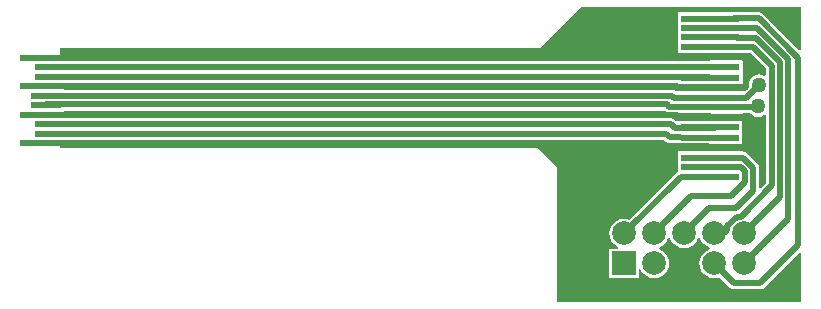
<source format=gtl>
G04 Layer_Physical_Order=1*
G04 Layer_Color=255*
%FSAX25Y25*%
%MOIN*%
G70*
G01*
G75*
%ADD10R,0.13780X0.02362*%
%ADD11R,0.10236X0.02362*%
%ADD12R,0.08661X0.02362*%
%ADD13R,0.19685X0.02362*%
%ADD14C,0.02000*%
%ADD15C,0.07874*%
%ADD16R,0.07874X0.07874*%
%ADD17C,0.02400*%
%ADD18C,0.03000*%
%ADD19C,0.05000*%
G36*
X0281401Y0246246D02*
X0282062Y0245804D01*
X0282843Y0245649D01*
X0285749D01*
Y0245343D01*
X0307434D01*
Y0245485D01*
X0309865D01*
X0310009Y0245297D01*
X0310740Y0244736D01*
X0311592Y0244384D01*
X0312506Y0244263D01*
X0313419Y0244384D01*
X0314271Y0244736D01*
X0314593Y0244984D01*
X0315093Y0244737D01*
Y0222268D01*
X0313351Y0220525D01*
X0312889Y0220717D01*
Y0226595D01*
X0312873Y0226673D01*
Y0227339D01*
X0312718Y0228119D01*
X0312276Y0228781D01*
X0308992Y0232064D01*
X0308331Y0232506D01*
X0307551Y0232662D01*
X0307434D01*
Y0232816D01*
X0305501D01*
X0305250Y0232866D01*
X0304998Y0232816D01*
X0285749D01*
Y0228453D01*
Y0226045D01*
X0285259Y0225717D01*
X0269578Y0210037D01*
X0269127Y0210223D01*
X0267839Y0210393D01*
X0266550Y0210223D01*
X0265349Y0209726D01*
X0264317Y0208934D01*
X0263526Y0207903D01*
X0263029Y0206702D01*
X0262859Y0205413D01*
X0263029Y0204125D01*
X0263526Y0202924D01*
X0264317Y0201892D01*
X0265349Y0201101D01*
X0265954Y0200850D01*
X0265854Y0200350D01*
X0262902D01*
Y0190476D01*
X0272776D01*
Y0193429D01*
X0273276Y0193528D01*
X0273526Y0192924D01*
X0274318Y0191892D01*
X0275349Y0191101D01*
X0276550Y0190603D01*
X0277839Y0190434D01*
X0279127Y0190603D01*
X0280328Y0191101D01*
X0281360Y0191892D01*
X0282151Y0192924D01*
X0282648Y0194125D01*
X0282818Y0195413D01*
X0282648Y0196702D01*
X0282151Y0197903D01*
X0281360Y0198934D01*
X0280328Y0199726D01*
X0279322Y0200143D01*
Y0200684D01*
X0280328Y0201101D01*
X0281360Y0201892D01*
X0282151Y0202924D01*
X0282568Y0203930D01*
X0283109D01*
X0283526Y0202924D01*
X0284317Y0201892D01*
X0285349Y0201101D01*
X0286550Y0200604D01*
X0287839Y0200434D01*
X0289127Y0200604D01*
X0290328Y0201101D01*
X0291360Y0201892D01*
X0292151Y0202924D01*
X0292568Y0203930D01*
X0293109D01*
X0293526Y0202924D01*
X0294318Y0201892D01*
X0295349Y0201101D01*
X0296355Y0200684D01*
Y0200143D01*
X0295349Y0199726D01*
X0294318Y0198934D01*
X0293526Y0197903D01*
X0293029Y0196702D01*
X0292859Y0195413D01*
X0293029Y0194125D01*
X0293526Y0192924D01*
X0294318Y0191892D01*
X0295349Y0191101D01*
X0296550Y0190603D01*
X0297839Y0190434D01*
X0299127Y0190603D01*
X0299578Y0190790D01*
X0302995Y0187373D01*
X0303656Y0186931D01*
X0304437Y0186776D01*
X0313251D01*
X0314032Y0186931D01*
X0314693Y0187373D01*
X0326307Y0198987D01*
X0326769Y0198796D01*
Y0182688D01*
X0245613D01*
Y0226913D01*
X0245516Y0227401D01*
X0245240Y0227815D01*
X0239567Y0233488D01*
X0239153Y0233764D01*
X0238665Y0233861D01*
X0079816D01*
Y0236508D01*
X0081110D01*
Y0236650D01*
X0281030D01*
X0281688Y0235992D01*
X0282350Y0235549D01*
X0283131Y0235394D01*
X0285749D01*
Y0235146D01*
X0307434D01*
Y0238690D01*
Y0243052D01*
X0285749D01*
Y0243044D01*
X0285249Y0242837D01*
X0284805Y0243281D01*
X0284144Y0243723D01*
X0283363Y0243878D01*
X0081110D01*
Y0244020D01*
X0079816D01*
Y0245957D01*
X0081110D01*
Y0246367D01*
X0281280D01*
X0281401Y0246246D01*
D02*
G37*
G36*
X0326769Y0266680D02*
X0326307Y0266489D01*
X0314266Y0278529D01*
X0313605Y0278971D01*
X0312825Y0279127D01*
X0307434D01*
Y0279233D01*
X0305642D01*
X0305152Y0279330D01*
X0304661Y0279233D01*
X0285749D01*
Y0274871D01*
Y0271721D01*
Y0268571D01*
Y0265422D01*
X0305104D01*
X0305262Y0265390D01*
X0305421Y0265422D01*
X0307434D01*
Y0265594D01*
X0309979D01*
X0315093Y0260480D01*
Y0258165D01*
X0314645Y0257944D01*
X0314607Y0257974D01*
X0313755Y0258326D01*
X0312842Y0258447D01*
X0311928Y0258326D01*
X0311076Y0257974D01*
X0310345Y0257413D01*
X0309784Y0256681D01*
X0309432Y0255830D01*
X0309311Y0254916D01*
X0309386Y0254345D01*
X0307923Y0252882D01*
X0307434Y0252855D01*
Y0252855D01*
X0285749D01*
X0285749Y0252855D01*
X0285249Y0252780D01*
X0284664Y0253171D01*
X0283884Y0253327D01*
X0081110D01*
Y0253468D01*
X0079816D01*
Y0255405D01*
X0081110D01*
Y0255547D01*
X0285749D01*
Y0255186D01*
X0307434D01*
Y0258729D01*
Y0263091D01*
X0285749D01*
Y0262775D01*
X0081110D01*
Y0262917D01*
X0079816D01*
Y0267139D01*
X0239173D01*
X0239661Y0267236D01*
X0240074Y0267512D01*
X0253374Y0280812D01*
X0326769D01*
Y0266680D01*
D02*
G37*
D10*
X0073220Y0235539D02*
D03*
Y0244988D02*
D03*
Y0254437D02*
D03*
Y0263886D02*
D03*
D11*
X0074992Y0248138D02*
D03*
Y0251287D02*
D03*
D12*
X0075779Y0238689D02*
D03*
Y0241839D02*
D03*
Y0260736D02*
D03*
Y0257587D02*
D03*
D13*
X0296591Y0257367D02*
D03*
Y0260910D02*
D03*
Y0250674D02*
D03*
Y0240871D02*
D03*
Y0237327D02*
D03*
Y0264453D02*
D03*
Y0253823D02*
D03*
Y0247524D02*
D03*
Y0244375D02*
D03*
Y0233784D02*
D03*
Y0230634D02*
D03*
Y0224335D02*
D03*
Y0227485D02*
D03*
Y0267603D02*
D03*
Y0270753D02*
D03*
Y0277052D02*
D03*
Y0273902D02*
D03*
D14*
X0286701Y0224275D02*
X0305250D01*
X0267839Y0205413D02*
X0286701Y0224275D01*
X0297839Y0195413D02*
X0304437Y0188815D01*
X0313251D01*
X0325951Y0201514D01*
Y0263961D01*
X0307839Y0195413D02*
X0322533Y0210107D01*
Y0263561D01*
X0307839Y0205413D02*
X0319832Y0217407D01*
Y0262443D01*
X0302202Y0207748D02*
X0305504Y0211050D01*
X0306760D01*
X0317132Y0221423D01*
Y0261324D01*
X0296285Y0213859D02*
X0305190D01*
X0310849Y0219518D01*
Y0226595D01*
X0302202Y0206492D02*
Y0207748D01*
X0290207Y0217781D02*
X0303465D01*
X0308150Y0222465D01*
Y0225477D01*
X0312825Y0277087D02*
X0325951Y0263961D01*
X0310823Y0267633D02*
X0317132Y0261324D01*
X0311742Y0270533D02*
X0319832Y0262443D01*
X0312126Y0273967D02*
X0322533Y0263561D01*
X0307930Y0253823D02*
X0308366Y0254259D01*
Y0263116D01*
X0307018Y0264464D02*
X0308366Y0263116D01*
X0310834Y0226610D02*
X0310849Y0226595D01*
X0310834Y0226610D02*
Y0227339D01*
X0307551Y0230622D02*
X0310834Y0227339D01*
X0308134Y0225492D02*
X0308150Y0225477D01*
X0308134Y0225492D02*
Y0226220D01*
X0306881Y0227473D02*
X0308134Y0226220D01*
X0305219Y0227473D02*
X0306881D01*
X0305392Y0270533D02*
X0311742D01*
X0305262Y0267633D02*
X0310823D01*
X0296591Y0253823D02*
X0307930D01*
X0296603Y0264464D02*
X0307018D01*
X0308599Y0250674D02*
X0312842Y0254916D01*
X0296591Y0250674D02*
X0308599D01*
X0305152Y0277087D02*
X0312825D01*
X0305152Y0273967D02*
X0312126D01*
X0305152Y0270773D02*
X0305392Y0270533D01*
X0296591Y0247524D02*
X0312236D01*
X0312506Y0247793D01*
X0308239Y0234542D02*
Y0243671D01*
X0307611Y0244298D02*
X0308239Y0243671D01*
X0305250Y0244298D02*
X0307611D01*
X0305250Y0230622D02*
X0307551D01*
X0297839Y0205413D02*
X0301122D01*
X0302202Y0206492D01*
X0287839Y0205413D02*
X0296285Y0213859D01*
X0277839Y0205413D02*
X0290207Y0217781D01*
X0287877Y0234446D02*
X0295929D01*
X0287864Y0234433D02*
X0287877Y0234446D01*
X0281888Y0234433D02*
X0287864D01*
X0280632Y0235689D02*
X0281888Y0234433D01*
X0073370Y0235689D02*
X0280632D01*
X0295929Y0234446D02*
X0296591Y0233784D01*
X0307480D02*
X0308239Y0234542D01*
X0073220Y0263886D02*
X0296024D01*
X0296591Y0264453D02*
X0296603Y0264464D01*
X0305066Y0233784D02*
X0305250Y0233967D01*
X0305433Y0233784D01*
X0307480D01*
X0282843Y0247688D02*
X0296427D01*
X0282125Y0248406D02*
X0282843Y0247688D01*
X0296427D02*
X0296591Y0247524D01*
X0296323Y0244643D02*
X0296591Y0244375D01*
X0285700Y0244643D02*
X0296323D01*
X0074992Y0248138D02*
X0075261Y0248406D01*
X0282125D01*
X0285355Y0244988D02*
X0285700Y0244643D01*
X0284497Y0250674D02*
X0296591D01*
X0283884Y0251287D02*
X0284497Y0250674D01*
X0074992Y0251287D02*
X0283884D01*
X0073370Y0254587D02*
X0284877D01*
X0075779Y0257587D02*
X0296034D01*
X0284877Y0254587D02*
X0285641Y0253823D01*
X0073220Y0235539D02*
X0073370Y0235689D01*
X0073220Y0244988D02*
X0285355D01*
X0073220Y0254437D02*
X0073370Y0254587D01*
X0285641Y0253823D02*
X0296591D01*
X0296024Y0263886D02*
X0296591Y0264453D01*
X0283131Y0237433D02*
X0286621D01*
X0281875Y0238689D02*
X0283131Y0237433D01*
X0075779Y0238689D02*
X0281875D01*
X0284769Y0240433D02*
X0298277D01*
X0283363Y0241839D02*
X0284769Y0240433D01*
X0075779Y0241839D02*
X0283363D01*
X0075779Y0260736D02*
X0297778D01*
D15*
X0307839Y0205413D02*
D03*
X0287839D02*
D03*
X0297839D02*
D03*
X0307839Y0195413D02*
D03*
X0287839D02*
D03*
X0297839D02*
D03*
X0277839Y0205413D02*
D03*
X0267839D02*
D03*
X0277839Y0195413D02*
D03*
D16*
X0267839D02*
D03*
D17*
X0308528Y0264080D02*
D03*
X0306821Y0254004D02*
D03*
X0284653Y0264372D02*
D03*
X0125227Y0235385D02*
D03*
X0220601Y0235374D02*
D03*
X0193824Y0235226D02*
D03*
X0170666Y0235366D02*
D03*
X0146666Y0235226D02*
D03*
X0107789D02*
D03*
X0091789Y0235366D02*
D03*
X0220307Y0265079D02*
D03*
X0192518Y0265233D02*
D03*
X0169824D02*
D03*
X0144346Y0265004D02*
D03*
X0124777Y0265003D02*
D03*
X0106254Y0265193D02*
D03*
X0090759Y0265438D02*
D03*
X0305152Y0273967D02*
D03*
Y0270773D02*
D03*
X0305262Y0267633D02*
D03*
X0305250Y0224275D02*
D03*
X0293636Y0233942D02*
D03*
X0288126Y0233795D02*
D03*
X0293439Y0244371D02*
D03*
X0288417Y0244241D02*
D03*
X0305219Y0227473D02*
D03*
X0305250Y0230622D02*
D03*
X0305152Y0277087D02*
D03*
X0305250Y0244298D02*
D03*
D18*
X0320000Y0190000D02*
D03*
X0280000Y0270000D02*
D03*
Y0230000D02*
D03*
X0270000Y0270000D02*
D03*
Y0230000D02*
D03*
X0275000Y0220000D02*
D03*
X0260000Y0270000D02*
D03*
Y0230000D02*
D03*
X0265000Y0220000D02*
D03*
X0250000Y0270000D02*
D03*
Y0230000D02*
D03*
X0255000Y0220000D02*
D03*
X0250000Y0210000D02*
D03*
Y0190000D02*
D03*
D19*
X0312506Y0247793D02*
D03*
X0312842Y0254916D02*
D03*
M02*

</source>
